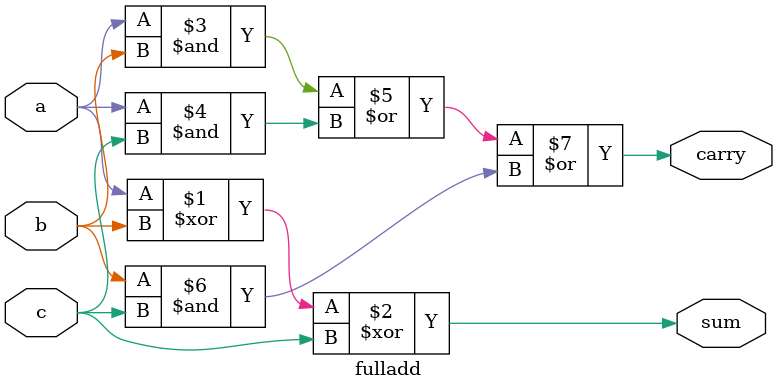
<source format=v>
module eightbitadder(a,b,cin,s,cout);
input [7:0]a,b;
input cin;
output [7:0]s;
output cout;
wire [7:0]c;
assign cout= c[7];
fulladd a1(a[0],b[0],cin,s[0],c[0]);
fulladd a2(a[1],b[1],c[0],s[1],c[1]);
fulladd a3(a[2],b[2],c[1],s[2],c[2]);
fulladd a4(a[3],b[3],c[2],s[3],c[3]);
fulladd a5(a[4],b[4],c[3],s[4],c[4]);
fulladd a6(a[5],b[5],c[4],s[5],c[5]);
fulladd a7(a[6],b[6],c[5],s[6],c[6]);
fulladd a8(a[7],b[7],c[6],s[7],c[7]);
endmodule
module fulladd(a,b,c,sum,carry);
input a,b,c;
output sum,carry;
assign sum=a^b^c;
assign carry=(a&b)|(a&c)|(b&c);
endmodule

</source>
